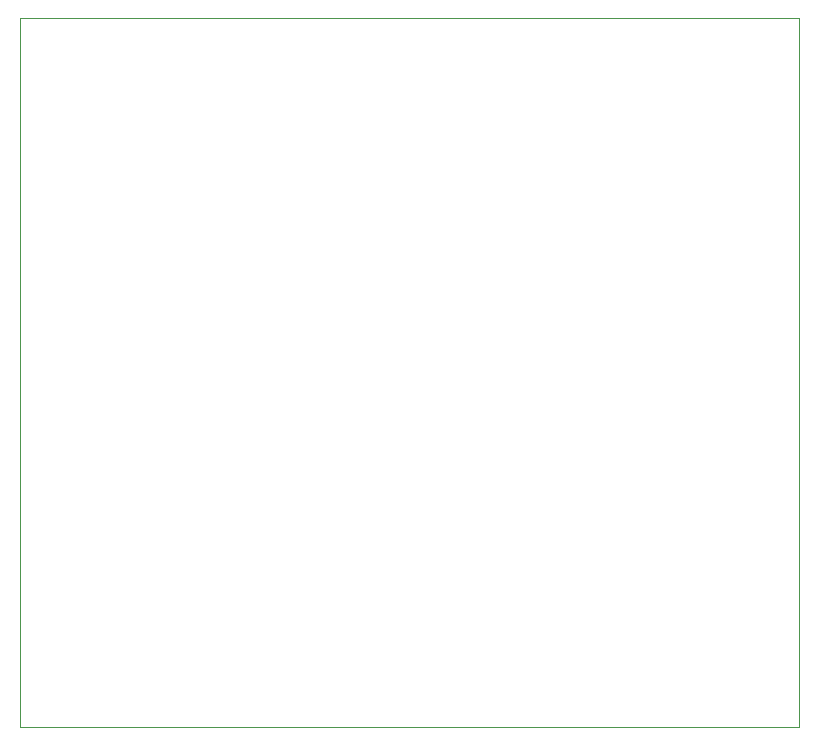
<source format=gbr>
G04 #@! TF.GenerationSoftware,KiCad,Pcbnew,5.1.5-52549c5~84~ubuntu18.04.1*
G04 #@! TF.CreationDate,2020-01-31T14:03:47+00:00*
G04 #@! TF.ProjectId,BrocheDisco,42726f63-6865-4446-9973-636f2e6b6963,rev?*
G04 #@! TF.SameCoordinates,Original*
G04 #@! TF.FileFunction,Profile,NP*
%FSLAX46Y46*%
G04 Gerber Fmt 4.6, Leading zero omitted, Abs format (unit mm)*
G04 Created by KiCad (PCBNEW 5.1.5-52549c5~84~ubuntu18.04.1) date 2020-01-31 14:03:47*
%MOMM*%
%LPD*%
G04 APERTURE LIST*
%ADD10C,0.050000*%
G04 APERTURE END LIST*
D10*
X120000000Y-110000000D02*
X120000000Y-50000000D01*
X186000000Y-110000000D02*
X120000000Y-110000000D01*
X186000000Y-50000000D02*
X186000000Y-110000000D01*
X120000000Y-50000000D02*
X186000000Y-50000000D01*
M02*

</source>
